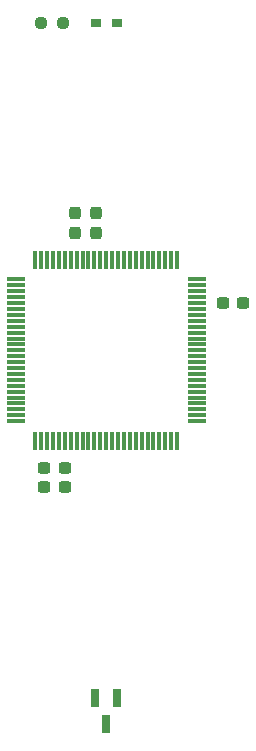
<source format=gbr>
%TF.GenerationSoftware,KiCad,Pcbnew,8.0.4+dfsg-1*%
%TF.CreationDate,2025-03-02T17:55:38+09:00*%
%TF.ProjectId,bionic-mc68hc08az0,62696f6e-6963-42d6-9d63-363868633038,1*%
%TF.SameCoordinates,Original*%
%TF.FileFunction,Paste,Top*%
%TF.FilePolarity,Positive*%
%FSLAX46Y46*%
G04 Gerber Fmt 4.6, Leading zero omitted, Abs format (unit mm)*
G04 Created by KiCad (PCBNEW 8.0.4+dfsg-1) date 2025-03-02 17:55:38*
%MOMM*%
%LPD*%
G01*
G04 APERTURE LIST*
G04 Aperture macros list*
%AMRoundRect*
0 Rectangle with rounded corners*
0 $1 Rounding radius*
0 $2 $3 $4 $5 $6 $7 $8 $9 X,Y pos of 4 corners*
0 Add a 4 corners polygon primitive as box body*
4,1,4,$2,$3,$4,$5,$6,$7,$8,$9,$2,$3,0*
0 Add four circle primitives for the rounded corners*
1,1,$1+$1,$2,$3*
1,1,$1+$1,$4,$5*
1,1,$1+$1,$6,$7*
1,1,$1+$1,$8,$9*
0 Add four rect primitives between the rounded corners*
20,1,$1+$1,$2,$3,$4,$5,0*
20,1,$1+$1,$4,$5,$6,$7,0*
20,1,$1+$1,$6,$7,$8,$9,0*
20,1,$1+$1,$8,$9,$2,$3,0*%
G04 Aperture macros list end*
%ADD10RoundRect,0.237500X0.237500X-0.300000X0.237500X0.300000X-0.237500X0.300000X-0.237500X-0.300000X0*%
%ADD11RoundRect,0.237500X0.300000X0.237500X-0.300000X0.237500X-0.300000X-0.237500X0.300000X-0.237500X0*%
%ADD12RoundRect,0.237500X0.250000X0.237500X-0.250000X0.237500X-0.250000X-0.237500X0.250000X-0.237500X0*%
%ADD13R,0.660400X1.625600*%
%ADD14R,0.965200X0.762000*%
%ADD15RoundRect,0.075000X-0.725000X-0.075000X0.725000X-0.075000X0.725000X0.075000X-0.725000X0.075000X0*%
%ADD16RoundRect,0.075000X-0.075000X-0.725000X0.075000X-0.725000X0.075000X0.725000X-0.075000X0.725000X0*%
%ADD17RoundRect,0.237500X-0.300000X-0.237500X0.300000X-0.237500X0.300000X0.237500X-0.300000X0.237500X0*%
G04 APERTURE END LIST*
D10*
%TO.C,C6*%
X86233000Y-95502900D03*
X86233000Y-93777900D03*
%TD*%
D11*
%TO.C,C1*%
X85394800Y-115341400D03*
X83669800Y-115341400D03*
%TD*%
D12*
%TO.C,R1*%
X85240500Y-77724000D03*
X83415500Y-77724000D03*
%TD*%
D10*
%TO.C,C5*%
X88011000Y-95502900D03*
X88011000Y-93777900D03*
%TD*%
D13*
%TO.C,U2*%
X89850001Y-134874000D03*
X87949999Y-134874000D03*
X88900000Y-137006000D03*
%TD*%
D11*
%TO.C,C2*%
X85394800Y-117017800D03*
X83669800Y-117017800D03*
%TD*%
D14*
%TO.C,D1*%
X88023700Y-77724000D03*
X89776300Y-77724000D03*
%TD*%
D15*
%TO.C,U1*%
X81225000Y-99410000D03*
X81225000Y-99910000D03*
X81225000Y-100410000D03*
X81225000Y-100910000D03*
X81225000Y-101410000D03*
X81225000Y-101910000D03*
X81225000Y-102410000D03*
X81225000Y-102910000D03*
X81225000Y-103410000D03*
X81225000Y-103910000D03*
X81225000Y-104410000D03*
X81225000Y-104910000D03*
X81225000Y-105410000D03*
X81225000Y-105910000D03*
X81225000Y-106410000D03*
X81225000Y-106910000D03*
X81225000Y-107410000D03*
X81225000Y-107910000D03*
X81225000Y-108410000D03*
X81225000Y-108910000D03*
X81225000Y-109410000D03*
X81225000Y-109910000D03*
X81225000Y-110410000D03*
X81225000Y-110910000D03*
X81225000Y-111410000D03*
D16*
X82900000Y-113085000D03*
X83400000Y-113085000D03*
X83900000Y-113085000D03*
X84400000Y-113085000D03*
X84900000Y-113085000D03*
X85400000Y-113085000D03*
X85900000Y-113085000D03*
X86400000Y-113085000D03*
X86900000Y-113085000D03*
X87400000Y-113085000D03*
X87900000Y-113085000D03*
X88400000Y-113085000D03*
X88900000Y-113085000D03*
X89400000Y-113085000D03*
X89900000Y-113085000D03*
X90400000Y-113085000D03*
X90900000Y-113085000D03*
X91400000Y-113085000D03*
X91900000Y-113085000D03*
X92400000Y-113085000D03*
X92900000Y-113085000D03*
X93400000Y-113085000D03*
X93900000Y-113085000D03*
X94400000Y-113085000D03*
X94900000Y-113085000D03*
D15*
X96575000Y-111410000D03*
X96575000Y-110910000D03*
X96575000Y-110410000D03*
X96575000Y-109910000D03*
X96575000Y-109410000D03*
X96575000Y-108910000D03*
X96575000Y-108410000D03*
X96575000Y-107910000D03*
X96575000Y-107410000D03*
X96575000Y-106910000D03*
X96575000Y-106410000D03*
X96575000Y-105910000D03*
X96575000Y-105410000D03*
X96575000Y-104910000D03*
X96575000Y-104410000D03*
X96575000Y-103910000D03*
X96575000Y-103410000D03*
X96575000Y-102910000D03*
X96575000Y-102410000D03*
X96575000Y-101910000D03*
X96575000Y-101410000D03*
X96575000Y-100910000D03*
X96575000Y-100410000D03*
X96575000Y-99910000D03*
X96575000Y-99410000D03*
D16*
X94900000Y-97735000D03*
X94400000Y-97735000D03*
X93900000Y-97735000D03*
X93400000Y-97735000D03*
X92900000Y-97735000D03*
X92400000Y-97735000D03*
X91900000Y-97735000D03*
X91400000Y-97735000D03*
X90900000Y-97735000D03*
X90400000Y-97735000D03*
X89900000Y-97735000D03*
X89400000Y-97735000D03*
X88900000Y-97735000D03*
X88400000Y-97735000D03*
X87900000Y-97735000D03*
X87400000Y-97735000D03*
X86900000Y-97735000D03*
X86400000Y-97735000D03*
X85900000Y-97735000D03*
X85400000Y-97735000D03*
X84900000Y-97735000D03*
X84400000Y-97735000D03*
X83900000Y-97735000D03*
X83400000Y-97735000D03*
X82900000Y-97735000D03*
%TD*%
D17*
%TO.C,C4*%
X98782800Y-101422200D03*
X100507800Y-101422200D03*
%TD*%
M02*

</source>
